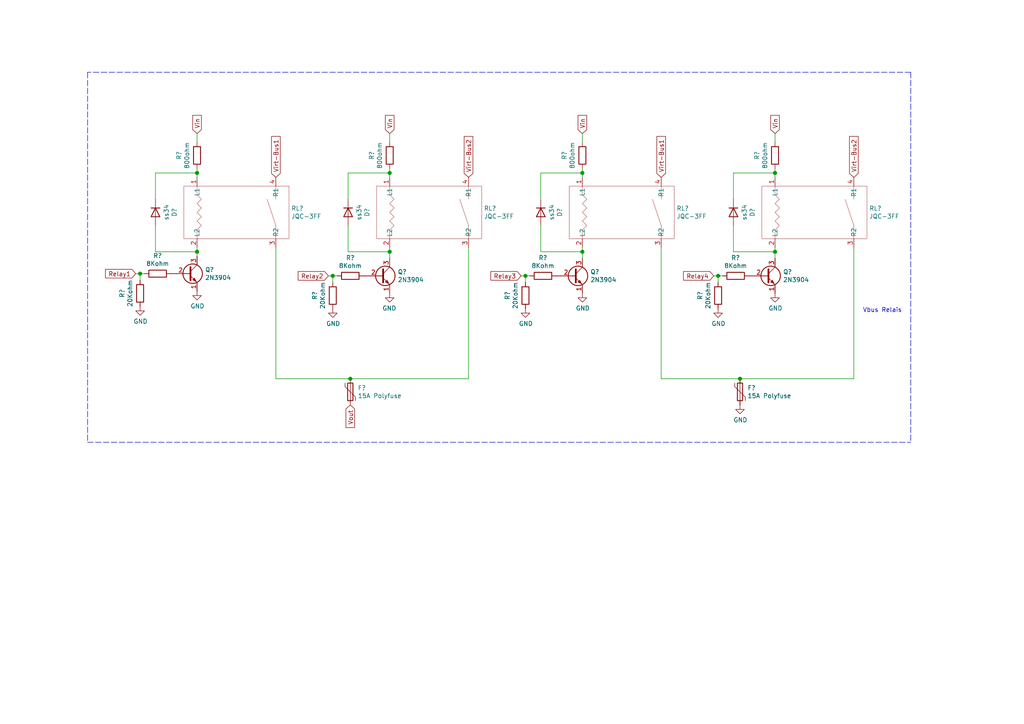
<source format=kicad_sch>
(kicad_sch (version 20210126) (generator eeschema)
  (paper "A4")
  (lib_symbols
    (symbol "00_LIB:JQC-3FF"
      (property "Reference" "RL" (at 0 5.08 0))
      (property "Value" "JQC-3FF" (at 0 7.62 0))
      (symbol "JQC-3FF_0_1"
        (rectangle (start -15.24 3.81) (end 15.24 -11.43) (stroke (width 0.0006)))
        (polyline (pts (xy -11.43 3.81) (xy -11.43 1.27) (xy -10.16 0) (xy -11.43 -1.27) (xy -10.16 -2.54) (xy -11.43 -3.81) (xy -10.16 -5.08) (xy -11.43 -6.35) (xy -10.16 -7.62) (xy -11.43 -8.89) (xy -11.43 -11.43)) (stroke (width 0.0006)))
        (polyline (pts (xy 11.43 3.81) (xy 11.43 0)) (stroke (width 0.0006)))
        (polyline (pts (xy 11.43 -11.43) (xy 11.43 -7.62)) (stroke (width 0.0006)))
        (polyline (pts (xy 11.43 -7.62) (xy 8.89 0)) (stroke (width 0.0006)))
      )
      (symbol "JQC-3FF_1_1"
        (pin input line (at -11.43 6.35 270) (length 2.54) (name "L1") (number "1"))
        (pin input line (at -11.43 -13.97 90) (length 2.54) (name "L2") (number "2"))
        (pin input line (at 11.43 6.35 270) (length 2.54) (name "R1") (number "4"))
        (pin input line (at 11.43 -13.97 90) (length 2.54) (name "R2") (number "3"))
      )
    )
    (symbol "Device:D" (pin_numbers hide) (pin_names (offset 1.016) hide)
      (property "Reference" "D" (at 0 2.54 0))
      (property "Value" "D" (at 0 -2.54 0))
      (symbol "D_0_1"
        (polyline (pts (xy -1.27 1.27) (xy -1.27 -1.27)) (stroke (width 0.254)))
        (polyline (pts (xy 1.27 0) (xy -1.27 0)))
        (polyline (pts (xy 1.27 1.27) (xy 1.27 -1.27) (xy -1.27 0) (xy 1.27 1.27)) (stroke (width 0.254)))
      )
      (symbol "D_1_1"
        (pin passive line (at -3.81 0 0) (length 2.54) (name "K") (number "1"))
        (pin passive line (at 3.81 0 180) (length 2.54) (name "A") (number "2"))
      )
    )
    (symbol "Device:Polyfuse" (pin_numbers hide) (pin_names (offset 0))
      (property "Reference" "F" (at -2.54 0 90))
      (property "Value" "Polyfuse" (at 2.54 0 90))
      (symbol "Polyfuse_0_1"
        (rectangle (start -0.762 2.54) (end 0.762 -2.54) (stroke (width 0.254)))
        (polyline (pts (xy 0 2.54) (xy 0 -2.54)))
        (polyline (pts (xy -1.524 2.54) (xy -1.524 1.524) (xy 1.524 -1.524) (xy 1.524 -2.54)))
      )
      (symbol "Polyfuse_1_1"
        (pin passive line (at 0 3.81 270) (length 1.27) (name "~") (number "1"))
        (pin passive line (at 0 -3.81 90) (length 1.27) (name "~") (number "2"))
      )
    )
    (symbol "Device:R" (pin_numbers hide) (pin_names (offset 0))
      (property "Reference" "R" (at 2.032 0 90))
      (property "Value" "R" (at 0 0 90))
      (symbol "R_0_1"
        (rectangle (start -1.016 -2.54) (end 1.016 2.54) (stroke (width 0.254)))
      )
      (symbol "R_1_1"
        (pin passive line (at 0 3.81 270) (length 1.27) (name "~") (number "1"))
        (pin passive line (at 0 -3.81 90) (length 1.27) (name "~") (number "2"))
      )
    )
    (symbol "Transistor_BJT:2N3904" (pin_names (offset 0) hide)
      (property "Reference" "Q" (at 5.08 1.905 0))
      (property "Value" "2N3904" (at 5.08 0 0))
      (symbol "2N3904_0_1"
        (circle (center 1.27 0) (radius 2.8194) (stroke (width 0.254)))
        (polyline (pts (xy 0.635 0.635) (xy 2.54 2.54)))
        (polyline (pts (xy 0.635 -0.635) (xy 2.54 -2.54) (xy 2.54 -2.54)))
        (polyline (pts (xy 0.635 1.905) (xy 0.635 -1.905) (xy 0.635 -1.905)) (stroke (width 0.508)))
        (polyline (pts (xy 1.27 -1.778) (xy 1.778 -1.27) (xy 2.286 -2.286) (xy 1.27 -1.778) (xy 1.27 -1.778)) (fill (type outline)))
      )
      (symbol "2N3904_1_1"
        (pin passive line (at 2.54 -5.08 90) (length 2.54) (name "E") (number "1"))
        (pin passive line (at -5.08 0 0) (length 5.715) (name "B") (number "2"))
        (pin passive line (at 2.54 5.08 270) (length 2.54) (name "C") (number "3"))
      )
    )
    (symbol "power:GND" (power) (pin_names (offset 0))
      (property "Value" "GND" (at 0 -3.81 0))
      (symbol "GND_0_1"
        (polyline (pts (xy 0 0) (xy 0 -1.27) (xy 1.27 -1.27) (xy 0 -2.54) (xy -1.27 -1.27) (xy 0 -1.27)))
      )
      (symbol "GND_1_1"
        (pin power_in line (at 0 0 270) (length 0) hide (name "GND") (number "1"))
      )
    )
  )
  (junction (at 40.64 79.375) (diameter 1.016))
  (junction (at 57.15 50.165) (diameter 1.016))
  (junction (at 57.15 73.025) (diameter 1.016))
  (junction (at 96.52 80.01) (diameter 1.016))
  (junction (at 101.6 109.855) (diameter 1.016))
  (junction (at 113.03 50.165) (diameter 1.016))
  (junction (at 113.03 73.025) (diameter 1.016))
  (junction (at 152.4 80.01) (diameter 1.016))
  (junction (at 168.91 50.165) (diameter 1.016))
  (junction (at 168.91 73.025) (diameter 1.016))
  (junction (at 208.28 80.01) (diameter 1.016))
  (junction (at 214.63 109.855) (diameter 1.016))
  (junction (at 224.79 50.165) (diameter 1.016))
  (junction (at 224.79 73.025) (diameter 1.016))
  (wire (pts (xy 39.37 79.375) (xy 40.64 79.375)))
  (wire (pts (xy 40.64 79.375) (xy 40.64 81.28)))
  (wire (pts (xy 40.64 79.375) (xy 41.91 79.375)))
  (wire (pts (xy 45.085 50.165) (xy 45.085 57.785)))
  (wire (pts (xy 45.085 65.405) (xy 45.085 73.025)))
  (wire (pts (xy 45.085 73.025) (xy 57.15 73.025)))
  (wire (pts (xy 57.15 38.735) (xy 57.15 41.275)))
  (wire (pts (xy 57.15 48.895) (xy 57.15 50.165)))
  (wire (pts (xy 57.15 50.165) (xy 45.085 50.165)))
  (wire (pts (xy 57.15 50.165) (xy 57.15 51.435)))
  (wire (pts (xy 57.15 71.755) (xy 57.15 73.025)))
  (wire (pts (xy 57.15 73.025) (xy 57.15 74.295)))
  (wire (pts (xy 80.01 71.755) (xy 80.01 109.855)))
  (wire (pts (xy 80.01 109.855) (xy 101.6 109.855)))
  (wire (pts (xy 95.25 80.01) (xy 96.52 80.01)))
  (wire (pts (xy 96.52 80.01) (xy 96.52 81.915)))
  (wire (pts (xy 96.52 80.01) (xy 97.79 80.01)))
  (wire (pts (xy 100.965 50.165) (xy 100.965 57.785)))
  (wire (pts (xy 100.965 65.405) (xy 100.965 73.025)))
  (wire (pts (xy 100.965 73.025) (xy 113.03 73.025)))
  (wire (pts (xy 113.03 38.735) (xy 113.03 41.275)))
  (wire (pts (xy 113.03 48.895) (xy 113.03 50.165)))
  (wire (pts (xy 113.03 50.165) (xy 100.965 50.165)))
  (wire (pts (xy 113.03 50.165) (xy 113.03 51.435)))
  (wire (pts (xy 113.03 71.755) (xy 113.03 73.025)))
  (wire (pts (xy 113.03 73.025) (xy 113.03 74.93)))
  (wire (pts (xy 135.89 71.755) (xy 135.89 109.855)))
  (wire (pts (xy 135.89 109.855) (xy 101.6 109.855)))
  (wire (pts (xy 151.13 80.01) (xy 152.4 80.01)))
  (wire (pts (xy 152.4 80.01) (xy 152.4 81.915)))
  (wire (pts (xy 152.4 80.01) (xy 153.67 80.01)))
  (wire (pts (xy 156.845 50.165) (xy 156.845 57.785)))
  (wire (pts (xy 156.845 65.405) (xy 156.845 73.025)))
  (wire (pts (xy 156.845 73.025) (xy 168.91 73.025)))
  (wire (pts (xy 168.91 38.735) (xy 168.91 41.275)))
  (wire (pts (xy 168.91 48.895) (xy 168.91 50.165)))
  (wire (pts (xy 168.91 50.165) (xy 156.845 50.165)))
  (wire (pts (xy 168.91 50.165) (xy 168.91 51.435)))
  (wire (pts (xy 168.91 71.755) (xy 168.91 73.025)))
  (wire (pts (xy 168.91 73.025) (xy 168.91 74.93)))
  (wire (pts (xy 191.77 71.755) (xy 191.77 109.855)))
  (wire (pts (xy 207.01 80.01) (xy 208.28 80.01)))
  (wire (pts (xy 208.28 80.01) (xy 208.28 81.915)))
  (wire (pts (xy 208.28 80.01) (xy 209.55 80.01)))
  (wire (pts (xy 212.725 50.165) (xy 212.725 57.785)))
  (wire (pts (xy 212.725 65.405) (xy 212.725 73.025)))
  (wire (pts (xy 212.725 73.025) (xy 224.79 73.025)))
  (wire (pts (xy 214.63 109.855) (xy 191.77 109.855)))
  (wire (pts (xy 214.63 109.855) (xy 247.65 109.855)))
  (wire (pts (xy 224.79 38.735) (xy 224.79 41.275)))
  (wire (pts (xy 224.79 48.895) (xy 224.79 50.165)))
  (wire (pts (xy 224.79 50.165) (xy 212.725 50.165)))
  (wire (pts (xy 224.79 50.165) (xy 224.79 51.435)))
  (wire (pts (xy 224.79 71.755) (xy 224.79 73.025)))
  (wire (pts (xy 224.79 73.025) (xy 224.79 74.93)))
  (wire (pts (xy 247.65 71.755) (xy 247.65 109.855)))
  (polyline (pts (xy 25.4 20.955) (xy 25.4 128.27)) (stroke (width 0) (type dash)))
  (polyline (pts (xy 25.4 128.27) (xy 264.16 128.27)) (stroke (width 0) (type dash)))
  (polyline (pts (xy 264.16 20.955) (xy 25.4 20.955)) (stroke (width 0) (type dash)))
  (polyline (pts (xy 264.16 20.955) (xy 264.16 128.27)) (stroke (width 0) (type dash)))
  (text "Vbus Relais\n" (at 261.62 90.805 180) (effects (font (size 1.27 1.27)) (justify right bottom)))
  (global_label "Relay1" (shape input) (at 39.37 79.375 180) (property "Intersheet References" "${INTERSHEET_REFS}" (effects hide)))
  (global_label "Vin" (shape input) (at 57.15 38.735 90) (property "Intersheet References" "${INTERSHEET_REFS}" (effects hide)))
  (global_label "Virt-Bus1" (shape input) (at 80.01 51.435 90) (property "Intersheet References" "${INTERSHEET_REFS}" (effects hide)))
  (global_label "Relay2" (shape input) (at 95.25 80.01 180) (property "Intersheet References" "${INTERSHEET_REFS}" (effects hide)))
  (global_label "Vout" (shape input) (at 101.6 117.475 270) (property "Intersheet References" "${INTERSHEET_REFS}" (effects hide)))
  (global_label "Vin" (shape input) (at 113.03 38.735 90) (property "Intersheet References" "${INTERSHEET_REFS}" (effects hide)))
  (global_label "Virt-Bus2" (shape input) (at 135.89 51.435 90) (property "Intersheet References" "${INTERSHEET_REFS}" (effects hide)))
  (global_label "Relay3" (shape input) (at 151.13 80.01 180) (property "Intersheet References" "${INTERSHEET_REFS}" (effects hide)))
  (global_label "Vin" (shape input) (at 168.91 38.735 90) (property "Intersheet References" "${INTERSHEET_REFS}" (effects hide)))
  (global_label "Virt-Bus1" (shape input) (at 191.77 51.435 90) (property "Intersheet References" "${INTERSHEET_REFS}" (effects hide)))
  (global_label "Relay4" (shape input) (at 207.01 80.01 180) (property "Intersheet References" "${INTERSHEET_REFS}" (effects hide)))
  (global_label "Vin" (shape input) (at 224.79 38.735 90) (property "Intersheet References" "${INTERSHEET_REFS}" (effects hide)))
  (global_label "Virt-Bus2" (shape input) (at 247.65 51.435 90) (property "Intersheet References" "${INTERSHEET_REFS}" (effects hide)))
  (symbol (lib_id "power:GND") (at 40.64 88.9 0) (unit 1)
    (property "Reference" "#PWR?" (effects hide))
    (property "Value" "GND" (at 40.7543 93.2244 0))
  )
  (symbol (lib_id "power:GND") (at 57.15 84.455 0) (unit 1)
    (property "Reference" "#PWR?" (effects hide))
    (property "Value" "GND" (at 57.2643 88.7794 0))
  )
  (symbol (lib_id "power:GND") (at 96.52 89.535 0) (unit 1)
    (property "Reference" "#PWR?" (effects hide))
    (property "Value" "GND" (at 96.6343 93.8594 0))
  )
  (symbol (lib_id "power:GND") (at 113.03 85.09 0) (mirror y) (unit 1)
    (property "Reference" "#PWR?" (effects hide))
    (property "Value" "GND" (at 112.9157 89.4144 0))
  )
  (symbol (lib_id "power:GND") (at 152.4 89.535 0) (unit 1)
    (property "Reference" "#PWR?" (effects hide))
    (property "Value" "GND" (at 152.5143 93.8594 0))
  )
  (symbol (lib_id "power:GND") (at 168.91 85.09 0) (unit 1)
    (property "Reference" "#PWR?" (effects hide))
    (property "Value" "GND" (at 169.0243 89.4144 0))
  )
  (symbol (lib_id "power:GND") (at 208.28 89.535 0) (unit 1)
    (property "Reference" "#PWR?" (effects hide))
    (property "Value" "GND" (at 208.3943 93.8594 0))
  )
  (symbol (lib_id "power:GND") (at 214.63 117.475 0) (unit 1)
    (property "Reference" "#PWR?" (effects hide))
    (property "Value" "GND" (at 214.7443 121.7994 0))
  )
  (symbol (lib_id "power:GND") (at 224.79 85.09 0) (unit 1)
    (property "Reference" "#PWR?" (effects hide))
    (property "Value" "GND" (at 224.9043 89.4144 0))
  )
  (symbol (lib_id "Device:R") (at 40.64 85.09 180) (unit 1)
    (property "Reference" "R?" (at 35.4138 85.09 90))
    (property "Value" "20Kohm" (at 37.713 85.09 90))
    (property "Footprint" "Resistor_SMD:R_0805_2012Metric_Pad1.20x1.40mm_HandSolder" (effects hide))
    (property "Buylink" "C473304" (effects hide))
    (property "Orderd" "100" (effects hide))
  )
  (symbol (lib_id "Device:R") (at 45.72 79.375 90) (unit 1)
    (property "Reference" "R?" (at 45.72 74.1488 90))
    (property "Value" "8Kohm" (at 45.72 76.448 90))
    (property "Footprint" "Resistor_SMD:R_0805_2012Metric_Pad1.20x1.40mm_HandSolder" (effects hide))
    (property "Buylink" "C473304" (effects hide))
    (property "Orderd" "100" (effects hide))
  )
  (symbol (lib_id "Device:R") (at 57.15 45.085 180) (unit 1)
    (property "Reference" "R?" (at 51.9238 45.085 90))
    (property "Value" "800ohm" (at 54.222 45.085 90))
    (property "Footprint" "Resistor_SMD:R_0805_2012Metric_Pad1.20x1.40mm_HandSolder" (effects hide))
    (property "Buylink" "C246712" (effects hide))
  )
  (symbol (lib_id "Device:R") (at 96.52 85.725 180) (unit 1)
    (property "Reference" "R?" (at 91.2938 85.725 90))
    (property "Value" "20Kohm" (at 93.593 85.725 90))
    (property "Footprint" "Resistor_SMD:R_0805_2012Metric_Pad1.20x1.40mm_HandSolder" (effects hide))
    (property "Buylink" "C473304" (effects hide))
    (property "Orderd" "100" (effects hide))
  )
  (symbol (lib_id "Device:R") (at 101.6 80.01 90) (unit 1)
    (property "Reference" "R?" (at 101.6 74.7838 90))
    (property "Value" "8Kohm" (at 101.6 77.083 90))
    (property "Footprint" "Resistor_SMD:R_0805_2012Metric_Pad1.20x1.40mm_HandSolder" (effects hide))
    (property "Buylink" "C473304" (effects hide))
    (property "Orderd" "100" (effects hide))
  )
  (symbol (lib_id "Device:R") (at 113.03 45.085 180) (unit 1)
    (property "Reference" "R?" (at 107.8038 45.085 90))
    (property "Value" "800ohm" (at 110.102 45.085 90))
    (property "Footprint" "Resistor_SMD:R_0805_2012Metric_Pad1.20x1.40mm_HandSolder" (effects hide))
    (property "Buylink" "C246712" (effects hide))
  )
  (symbol (lib_id "Device:R") (at 152.4 85.725 180) (unit 1)
    (property "Reference" "R?" (at 147.1738 85.725 90))
    (property "Value" "20Kohm" (at 149.473 85.725 90))
    (property "Footprint" "Resistor_SMD:R_0805_2012Metric_Pad1.20x1.40mm_HandSolder" (effects hide))
    (property "Buylink" "C473304" (effects hide))
    (property "Orderd" "100" (effects hide))
  )
  (symbol (lib_id "Device:R") (at 157.48 80.01 90) (unit 1)
    (property "Reference" "R?" (at 157.48 74.7838 90))
    (property "Value" "8Kohm" (at 157.48 77.083 90))
    (property "Footprint" "Resistor_SMD:R_0805_2012Metric_Pad1.20x1.40mm_HandSolder" (effects hide))
    (property "Buylink" "C473304" (effects hide))
    (property "Orderd" "100" (effects hide))
  )
  (symbol (lib_id "Device:R") (at 168.91 45.085 180) (unit 1)
    (property "Reference" "R?" (at 163.6838 45.085 90))
    (property "Value" "800ohm" (at 165.982 45.085 90))
    (property "Footprint" "Resistor_SMD:R_0805_2012Metric_Pad1.20x1.40mm_HandSolder" (effects hide))
    (property "Buylink" "C246712" (effects hide))
  )
  (symbol (lib_id "Device:R") (at 208.28 85.725 180) (unit 1)
    (property "Reference" "R?" (at 203.0538 85.725 90))
    (property "Value" "20Kohm" (at 205.353 85.725 90))
    (property "Footprint" "Resistor_SMD:R_0805_2012Metric_Pad1.20x1.40mm_HandSolder" (effects hide))
    (property "Buylink" "C473304" (effects hide))
    (property "Orderd" "100" (effects hide))
  )
  (symbol (lib_id "Device:R") (at 213.36 80.01 90) (unit 1)
    (property "Reference" "R?" (at 213.36 74.7838 90))
    (property "Value" "8Kohm" (at 213.36 77.083 90))
    (property "Footprint" "Resistor_SMD:R_0805_2012Metric_Pad1.20x1.40mm_HandSolder" (effects hide))
    (property "Buylink" "C473304" (effects hide))
    (property "Orderd" "100" (effects hide))
  )
  (symbol (lib_id "Device:R") (at 224.79 45.085 180) (unit 1)
    (property "Reference" "R?" (at 219.5638 45.085 90))
    (property "Value" "800ohm" (at 221.862 45.085 90))
    (property "Footprint" "Resistor_SMD:R_0805_2012Metric_Pad1.20x1.40mm_HandSolder" (effects hide))
    (property "Buylink" "C246712" (effects hide))
  )
  (symbol (lib_id "Device:D") (at 45.085 61.595 270) (unit 1)
    (property "Reference" "D?" (at 50.5714 61.595 0))
    (property "Value" "ss34" (at 48.26 61.595 0))
    (property "Footprint" "Diode_SMD:D_SMA_Handsoldering" (effects hide))
    (property "LCSC" "C83961" (effects hide))
    (property "Orderd" "100" (effects hide))
  )
  (symbol (lib_id "Device:D") (at 100.965 61.595 270) (unit 1)
    (property "Reference" "D?" (at 106.4514 61.595 0))
    (property "Value" "ss34" (at 104.14 61.595 0))
    (property "Footprint" "Diode_SMD:D_SMA_Handsoldering" (effects hide))
    (property "LCSC" "C83961" (effects hide))
    (property "Orderd" "100" (effects hide))
  )
  (symbol (lib_id "Device:D") (at 156.845 61.595 270) (unit 1)
    (property "Reference" "D?" (at 162.3314 61.595 0))
    (property "Value" "ss34" (at 160.02 61.595 0))
    (property "Footprint" "Diode_SMD:D_SMA_Handsoldering" (effects hide))
    (property "LCSC" "C83961" (effects hide))
    (property "Orderd" "100" (effects hide))
  )
  (symbol (lib_id "Device:D") (at 212.725 61.595 270) (unit 1)
    (property "Reference" "D?" (at 218.2114 61.595 0))
    (property "Value" "ss34" (at 215.9 61.595 0))
    (property "Footprint" "Diode_SMD:D_SMA_Handsoldering" (effects hide))
    (property "LCSC" "C83961" (effects hide))
    (property "Orderd" "100" (effects hide))
  )
  (symbol (lib_id "Device:Polyfuse") (at 101.6 113.665 0) (unit 1)
    (property "Reference" "F?" (at 103.7591 112.5156 0) (effects (justify left)))
    (property "Value" "15A Polyfuse" (at 103.7591 114.8143 0) (effects (justify left)))
    (property "Footprint" "Fuse:Fuse_1812_4532Metric_Pad1.30x3.40mm_HandSolder" (effects hide))
    (property "Buylink" "C506873" (effects hide))
    (property "Orderd" "15" (effects hide))
  )
  (symbol (lib_id "Device:Polyfuse") (at 214.63 113.665 0) (unit 1)
    (property "Reference" "F?" (at 216.7891 112.5156 0) (effects (justify left)))
    (property "Value" "15A Polyfuse" (at 216.7891 114.8143 0) (effects (justify left)))
    (property "Footprint" "Fuse:Fuse_1812_4532Metric_Pad1.30x3.40mm_HandSolder" (effects hide))
    (property "Buylink" "C506873" (effects hide))
    (property "Orderd" "15" (effects hide))
  )
  (symbol (lib_id "Transistor_BJT:2N3904") (at 54.61 79.375 0) (unit 1)
    (property "Reference" "Q?" (at 59.4615 78.2256 0) (effects (justify left)))
    (property "Value" "2N3904" (at 59.4615 80.5243 0) (effects (justify left)))
    (property "Footprint" "Package_TO_SOT_SMD:SOT-23" (effects hide))
    (property "Datasheet" "https://www.onsemi.com/pub/Collateral/2N3903-D.PDF" (effects hide))
    (property "Buylink" "C18536" (effects hide))
    (property "Orderd" "100" (effects hide))
  )
  (symbol (lib_id "Transistor_BJT:2N3904") (at 110.49 80.01 0) (unit 1)
    (property "Reference" "Q?" (at 115.3415 78.8606 0) (effects (justify left)))
    (property "Value" "2N3904" (at 115.3415 81.1593 0) (effects (justify left)))
    (property "Footprint" "Package_TO_SOT_SMD:SOT-23" (effects hide))
    (property "Datasheet" "https://www.onsemi.com/pub/Collateral/2N3903-D.PDF" (effects hide))
    (property "Buylink" "C18536" (effects hide))
    (property "Orderd" "100" (effects hide))
  )
  (symbol (lib_id "Transistor_BJT:2N3904") (at 166.37 80.01 0) (unit 1)
    (property "Reference" "Q?" (at 171.2215 78.8606 0) (effects (justify left)))
    (property "Value" "2N3904" (at 171.2215 81.1593 0) (effects (justify left)))
    (property "Footprint" "Package_TO_SOT_SMD:SOT-23" (effects hide))
    (property "Datasheet" "https://www.onsemi.com/pub/Collateral/2N3903-D.PDF" (effects hide))
    (property "Buylink" "C18536" (effects hide))
    (property "Orderd" "100" (effects hide))
  )
  (symbol (lib_id "Transistor_BJT:2N3904") (at 222.25 80.01 0) (unit 1)
    (property "Reference" "Q?" (at 227.1015 78.8606 0) (effects (justify left)))
    (property "Value" "2N3904" (at 227.1015 81.1593 0) (effects (justify left)))
    (property "Footprint" "Package_TO_SOT_SMD:SOT-23" (effects hide))
    (property "Datasheet" "https://www.onsemi.com/pub/Collateral/2N3903-D.PDF" (effects hide))
    (property "Buylink" "C18536" (effects hide))
    (property "Orderd" "100" (effects hide))
  )
  (symbol (lib_id "00_LIB:JQC-3FF") (at 68.58 57.785 0) (unit 1)
    (property "Reference" "RL?" (at 84.4554 60.4456 0) (effects (justify left)))
    (property "Value" "JQC-3FF" (at 84.4554 62.7443 0) (effects (justify left)))
    (property "Footprint" "00_Custom_Kicad:JQC-3FF" (effects hide))
    (property "Buylink" "	C3640" (effects hide))
    (property "Orderd" "28" (effects hide))
  )
  (symbol (lib_id "00_LIB:JQC-3FF") (at 124.46 57.785 0) (unit 1)
    (property "Reference" "RL?" (at 140.3354 60.4456 0) (effects (justify left)))
    (property "Value" "JQC-3FF" (at 140.3354 62.7443 0) (effects (justify left)))
    (property "Footprint" "00_Custom_Kicad:JQC-3FF" (effects hide))
    (property "Buylink" "	C3640" (effects hide))
    (property "Orderd" "28" (effects hide))
  )
  (symbol (lib_id "00_LIB:JQC-3FF") (at 180.34 57.785 0) (unit 1)
    (property "Reference" "RL?" (at 196.2154 60.4456 0) (effects (justify left)))
    (property "Value" "JQC-3FF" (at 196.2154 62.7443 0) (effects (justify left)))
    (property "Footprint" "00_Custom_Kicad:JQC-3FF" (effects hide))
    (property "Buylink" "	C3640" (effects hide))
    (property "Orderd" "28" (effects hide))
  )
  (symbol (lib_id "00_LIB:JQC-3FF") (at 236.22 57.785 0) (unit 1)
    (property "Reference" "RL?" (at 252.0954 60.4456 0) (effects (justify left)))
    (property "Value" "JQC-3FF" (at 252.0954 62.7443 0) (effects (justify left)))
    (property "Footprint" "00_Custom_Kicad:JQC-3FF" (effects hide))
    (property "Buylink" "	C3640" (effects hide))
    (property "Orderd" "28" (effects hide))
  )
)
</source>
